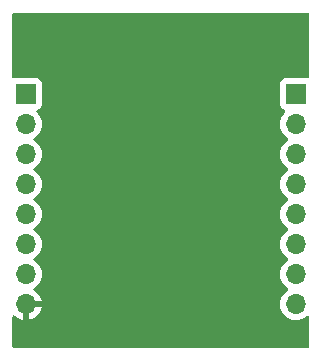
<source format=gbl>
%TF.GenerationSoftware,KiCad,Pcbnew,7.0.8*%
%TF.CreationDate,2024-10-03T16:47:23-07:00*%
%TF.ProjectId,lab6PCB,6c616236-5043-4422-9e6b-696361645f70,v01*%
%TF.SameCoordinates,Original*%
%TF.FileFunction,Copper,L2,Bot*%
%TF.FilePolarity,Positive*%
%FSLAX46Y46*%
G04 Gerber Fmt 4.6, Leading zero omitted, Abs format (unit mm)*
G04 Created by KiCad (PCBNEW 7.0.8) date 2024-10-03 16:47:23*
%MOMM*%
%LPD*%
G01*
G04 APERTURE LIST*
%TA.AperFunction,ComponentPad*%
%ADD10R,1.700000X1.700000*%
%TD*%
%TA.AperFunction,ComponentPad*%
%ADD11O,1.700000X1.700000*%
%TD*%
%TA.AperFunction,ViaPad*%
%ADD12C,0.800000*%
%TD*%
G04 APERTURE END LIST*
D10*
%TO.P,J2,1,Pin_1*%
%TO.N,unconnected-(J2-Pin_1-Pad1)*%
X162306000Y-128209000D03*
D11*
%TO.P,J2,2,Pin_2*%
%TO.N,unconnected-(J2-Pin_2-Pad2)*%
X162306000Y-130749000D03*
%TO.P,J2,3,Pin_3*%
%TO.N,unconnected-(J2-Pin_3-Pad3)*%
X162306000Y-133289000D03*
%TO.P,J2,4,Pin_4*%
%TO.N,unconnected-(J2-Pin_4-Pad4)*%
X162306000Y-135829000D03*
%TO.P,J2,5,Pin_5*%
%TO.N,unconnected-(J2-Pin_5-Pad5)*%
X162306000Y-138369000D03*
%TO.P,J2,6,Pin_6*%
%TO.N,unconnected-(J2-Pin_6-Pad6)*%
X162306000Y-140909000D03*
%TO.P,J2,7,Pin_7*%
%TO.N,unconnected-(J2-Pin_7-Pad7)*%
X162306000Y-143449000D03*
%TO.P,J2,8,Pin_8*%
%TO.N,unconnected-(J2-Pin_8-Pad8)*%
X162306000Y-145989000D03*
%TD*%
D10*
%TO.P,J1,1,Pin_1*%
%TO.N,unconnected-(J1-Pin_1-Pad1)*%
X139446000Y-128209000D03*
D11*
%TO.P,J1,2,Pin_2*%
%TO.N,unconnected-(J1-Pin_2-Pad2)*%
X139446000Y-130749000D03*
%TO.P,J1,3,Pin_3*%
%TO.N,/CS*%
X139446000Y-133289000D03*
%TO.P,J1,4,Pin_4*%
%TO.N,/SCLK*%
X139446000Y-135829000D03*
%TO.P,J1,5,Pin_5*%
%TO.N,/CIPO*%
X139446000Y-138369000D03*
%TO.P,J1,6,Pin_6*%
%TO.N,/COPI*%
X139446000Y-140909000D03*
%TO.P,J1,7,Pin_7*%
%TO.N,+3.3V*%
X139446000Y-143449000D03*
%TO.P,J1,8,Pin_8*%
%TO.N,GND*%
X139446000Y-145989000D03*
%TD*%
D12*
%TO.N,GND*%
X151384000Y-129921000D03*
X155575000Y-129921000D03*
%TD*%
%TA.AperFunction,Conductor*%
%TO.N,GND*%
G36*
X163391539Y-121356185D02*
G01*
X163437294Y-121408989D01*
X163448500Y-121460500D01*
X163448500Y-126755322D01*
X163428815Y-126822361D01*
X163376011Y-126868116D01*
X163306853Y-126878060D01*
X163281169Y-126871505D01*
X163263481Y-126864908D01*
X163263483Y-126864908D01*
X163203883Y-126858501D01*
X163203881Y-126858500D01*
X163203873Y-126858500D01*
X163203864Y-126858500D01*
X161408129Y-126858500D01*
X161408123Y-126858501D01*
X161348516Y-126864908D01*
X161213671Y-126915202D01*
X161213664Y-126915206D01*
X161098455Y-127001452D01*
X161098452Y-127001455D01*
X161012206Y-127116664D01*
X161012202Y-127116671D01*
X160961908Y-127251517D01*
X160955501Y-127311116D01*
X160955501Y-127311123D01*
X160955500Y-127311135D01*
X160955500Y-129106870D01*
X160955501Y-129106876D01*
X160961908Y-129166483D01*
X161012202Y-129301328D01*
X161012206Y-129301335D01*
X161098452Y-129416544D01*
X161098455Y-129416547D01*
X161213664Y-129502793D01*
X161213671Y-129502797D01*
X161345081Y-129551810D01*
X161401015Y-129593681D01*
X161425432Y-129659145D01*
X161410580Y-129727418D01*
X161389430Y-129755673D01*
X161267503Y-129877600D01*
X161131965Y-130071169D01*
X161131964Y-130071171D01*
X161032098Y-130285335D01*
X161032094Y-130285344D01*
X160970938Y-130513586D01*
X160970936Y-130513596D01*
X160950341Y-130748999D01*
X160950341Y-130749000D01*
X160970936Y-130984403D01*
X160970938Y-130984413D01*
X161032094Y-131212655D01*
X161032096Y-131212659D01*
X161032097Y-131212663D01*
X161131965Y-131426830D01*
X161131967Y-131426834D01*
X161267501Y-131620395D01*
X161267506Y-131620402D01*
X161434597Y-131787493D01*
X161434603Y-131787498D01*
X161620158Y-131917425D01*
X161663783Y-131972002D01*
X161670977Y-132041500D01*
X161639454Y-132103855D01*
X161620158Y-132120575D01*
X161434597Y-132250505D01*
X161267505Y-132417597D01*
X161131965Y-132611169D01*
X161131964Y-132611171D01*
X161032098Y-132825335D01*
X161032094Y-132825344D01*
X160970938Y-133053586D01*
X160970936Y-133053596D01*
X160950341Y-133288999D01*
X160950341Y-133289000D01*
X160970936Y-133524403D01*
X160970938Y-133524413D01*
X161032094Y-133752655D01*
X161032096Y-133752659D01*
X161032097Y-133752663D01*
X161131965Y-133966830D01*
X161131967Y-133966834D01*
X161267501Y-134160395D01*
X161267506Y-134160402D01*
X161434597Y-134327493D01*
X161434603Y-134327498D01*
X161620158Y-134457425D01*
X161663783Y-134512002D01*
X161670977Y-134581500D01*
X161639454Y-134643855D01*
X161620158Y-134660575D01*
X161434597Y-134790505D01*
X161267505Y-134957597D01*
X161131965Y-135151169D01*
X161131964Y-135151171D01*
X161032098Y-135365335D01*
X161032094Y-135365344D01*
X160970938Y-135593586D01*
X160970936Y-135593596D01*
X160950341Y-135828999D01*
X160950341Y-135829000D01*
X160970936Y-136064403D01*
X160970938Y-136064413D01*
X161032094Y-136292655D01*
X161032096Y-136292659D01*
X161032097Y-136292663D01*
X161131965Y-136506830D01*
X161131967Y-136506834D01*
X161267501Y-136700395D01*
X161267506Y-136700402D01*
X161434597Y-136867493D01*
X161434603Y-136867498D01*
X161620158Y-136997425D01*
X161663783Y-137052002D01*
X161670977Y-137121500D01*
X161639454Y-137183855D01*
X161620158Y-137200575D01*
X161434597Y-137330505D01*
X161267505Y-137497597D01*
X161131965Y-137691169D01*
X161131964Y-137691171D01*
X161032098Y-137905335D01*
X161032094Y-137905344D01*
X160970938Y-138133586D01*
X160970936Y-138133596D01*
X160950341Y-138368999D01*
X160950341Y-138369000D01*
X160970936Y-138604403D01*
X160970938Y-138604413D01*
X161032094Y-138832655D01*
X161032096Y-138832659D01*
X161032097Y-138832663D01*
X161131965Y-139046830D01*
X161131967Y-139046834D01*
X161267501Y-139240395D01*
X161267506Y-139240402D01*
X161434597Y-139407493D01*
X161434603Y-139407498D01*
X161620158Y-139537425D01*
X161663783Y-139592002D01*
X161670977Y-139661500D01*
X161639454Y-139723855D01*
X161620158Y-139740575D01*
X161434597Y-139870505D01*
X161267505Y-140037597D01*
X161131965Y-140231169D01*
X161131964Y-140231171D01*
X161032098Y-140445335D01*
X161032094Y-140445344D01*
X160970938Y-140673586D01*
X160970936Y-140673596D01*
X160950341Y-140908999D01*
X160950341Y-140909000D01*
X160970936Y-141144403D01*
X160970938Y-141144413D01*
X161032094Y-141372655D01*
X161032096Y-141372659D01*
X161032097Y-141372663D01*
X161131965Y-141586830D01*
X161131967Y-141586834D01*
X161267501Y-141780395D01*
X161267506Y-141780402D01*
X161434597Y-141947493D01*
X161434603Y-141947498D01*
X161620158Y-142077425D01*
X161663783Y-142132002D01*
X161670977Y-142201500D01*
X161639454Y-142263855D01*
X161620158Y-142280575D01*
X161434597Y-142410505D01*
X161267505Y-142577597D01*
X161131965Y-142771169D01*
X161131964Y-142771171D01*
X161032098Y-142985335D01*
X161032094Y-142985344D01*
X160970938Y-143213586D01*
X160970936Y-143213596D01*
X160950341Y-143448999D01*
X160950341Y-143449000D01*
X160970936Y-143684403D01*
X160970938Y-143684413D01*
X161032094Y-143912655D01*
X161032096Y-143912659D01*
X161032097Y-143912663D01*
X161131965Y-144126830D01*
X161131967Y-144126834D01*
X161267501Y-144320395D01*
X161267506Y-144320402D01*
X161434597Y-144487493D01*
X161434603Y-144487498D01*
X161620158Y-144617425D01*
X161663783Y-144672002D01*
X161670977Y-144741500D01*
X161639454Y-144803855D01*
X161620158Y-144820575D01*
X161434597Y-144950505D01*
X161267505Y-145117597D01*
X161131965Y-145311169D01*
X161131964Y-145311171D01*
X161032098Y-145525335D01*
X161032094Y-145525344D01*
X160970938Y-145753586D01*
X160970936Y-145753596D01*
X160950341Y-145988999D01*
X160950341Y-145989000D01*
X160970936Y-146224403D01*
X160970938Y-146224413D01*
X161032094Y-146452655D01*
X161032096Y-146452659D01*
X161032097Y-146452663D01*
X161131847Y-146666578D01*
X161131965Y-146666830D01*
X161131967Y-146666834D01*
X161240281Y-146821521D01*
X161267505Y-146860401D01*
X161434599Y-147027495D01*
X161473952Y-147055050D01*
X161628165Y-147163032D01*
X161628167Y-147163033D01*
X161628170Y-147163035D01*
X161842337Y-147262903D01*
X162070592Y-147324063D01*
X162258918Y-147340539D01*
X162305999Y-147344659D01*
X162306000Y-147344659D01*
X162306001Y-147344659D01*
X162345234Y-147341226D01*
X162541408Y-147324063D01*
X162769663Y-147262903D01*
X162983830Y-147163035D01*
X163177401Y-147027495D01*
X163236819Y-146968077D01*
X163298142Y-146934592D01*
X163367834Y-146939576D01*
X163423767Y-146981448D01*
X163448184Y-147046912D01*
X163448500Y-147055758D01*
X163448500Y-149557500D01*
X163428815Y-149624539D01*
X163376011Y-149670294D01*
X163324500Y-149681500D01*
X138427500Y-149681500D01*
X138360461Y-149661815D01*
X138314706Y-149609011D01*
X138303500Y-149557500D01*
X138303500Y-147055050D01*
X138323185Y-146988011D01*
X138375989Y-146942256D01*
X138445147Y-146932312D01*
X138508703Y-146961337D01*
X138515181Y-146967369D01*
X138574917Y-147027105D01*
X138768421Y-147162600D01*
X138982507Y-147262429D01*
X138982516Y-147262433D01*
X139196000Y-147319634D01*
X139196000Y-146424501D01*
X139303685Y-146473680D01*
X139410237Y-146489000D01*
X139481763Y-146489000D01*
X139588315Y-146473680D01*
X139696000Y-146424501D01*
X139696000Y-147319633D01*
X139909483Y-147262433D01*
X139909492Y-147262429D01*
X140123578Y-147162600D01*
X140317082Y-147027105D01*
X140484105Y-146860082D01*
X140619600Y-146666578D01*
X140719429Y-146452492D01*
X140719432Y-146452486D01*
X140776636Y-146239000D01*
X139879686Y-146239000D01*
X139905493Y-146198844D01*
X139946000Y-146060889D01*
X139946000Y-145917111D01*
X139905493Y-145779156D01*
X139879686Y-145739000D01*
X140776636Y-145739000D01*
X140776635Y-145738999D01*
X140719432Y-145525513D01*
X140719429Y-145525507D01*
X140619600Y-145311422D01*
X140619599Y-145311420D01*
X140484113Y-145117926D01*
X140484108Y-145117920D01*
X140317078Y-144950890D01*
X140131405Y-144820879D01*
X140087780Y-144766302D01*
X140080588Y-144696804D01*
X140112110Y-144634449D01*
X140131406Y-144617730D01*
X140277037Y-144515758D01*
X140317401Y-144487495D01*
X140484495Y-144320401D01*
X140620035Y-144126830D01*
X140719903Y-143912663D01*
X140781063Y-143684408D01*
X140801659Y-143449000D01*
X140781063Y-143213592D01*
X140719903Y-142985337D01*
X140620035Y-142771171D01*
X140484495Y-142577599D01*
X140484494Y-142577597D01*
X140317402Y-142410506D01*
X140317396Y-142410501D01*
X140131842Y-142280575D01*
X140088217Y-142225998D01*
X140081023Y-142156500D01*
X140112546Y-142094145D01*
X140131842Y-142077425D01*
X140277037Y-141975758D01*
X140317401Y-141947495D01*
X140484495Y-141780401D01*
X140620035Y-141586830D01*
X140719903Y-141372663D01*
X140781063Y-141144408D01*
X140801659Y-140909000D01*
X140781063Y-140673592D01*
X140719903Y-140445337D01*
X140620035Y-140231171D01*
X140484495Y-140037599D01*
X140484494Y-140037597D01*
X140317402Y-139870506D01*
X140317396Y-139870501D01*
X140131842Y-139740575D01*
X140088217Y-139685998D01*
X140081023Y-139616500D01*
X140112546Y-139554145D01*
X140131842Y-139537425D01*
X140277037Y-139435758D01*
X140317401Y-139407495D01*
X140484495Y-139240401D01*
X140620035Y-139046830D01*
X140719903Y-138832663D01*
X140781063Y-138604408D01*
X140801659Y-138369000D01*
X140781063Y-138133592D01*
X140719903Y-137905337D01*
X140620035Y-137691171D01*
X140484495Y-137497599D01*
X140484494Y-137497597D01*
X140317402Y-137330506D01*
X140317396Y-137330501D01*
X140131842Y-137200575D01*
X140088217Y-137145998D01*
X140081023Y-137076500D01*
X140112546Y-137014145D01*
X140131842Y-136997425D01*
X140277037Y-136895758D01*
X140317401Y-136867495D01*
X140484495Y-136700401D01*
X140620035Y-136506830D01*
X140719903Y-136292663D01*
X140781063Y-136064408D01*
X140801659Y-135829000D01*
X140781063Y-135593592D01*
X140719903Y-135365337D01*
X140620035Y-135151171D01*
X140484495Y-134957599D01*
X140484494Y-134957597D01*
X140317402Y-134790506D01*
X140317396Y-134790501D01*
X140131842Y-134660575D01*
X140088217Y-134605998D01*
X140081023Y-134536500D01*
X140112546Y-134474145D01*
X140131842Y-134457425D01*
X140277037Y-134355758D01*
X140317401Y-134327495D01*
X140484495Y-134160401D01*
X140620035Y-133966830D01*
X140719903Y-133752663D01*
X140781063Y-133524408D01*
X140801659Y-133289000D01*
X140781063Y-133053592D01*
X140719903Y-132825337D01*
X140620035Y-132611171D01*
X140484495Y-132417599D01*
X140484494Y-132417597D01*
X140317402Y-132250506D01*
X140317396Y-132250501D01*
X140131842Y-132120575D01*
X140088217Y-132065998D01*
X140081023Y-131996500D01*
X140112546Y-131934145D01*
X140131842Y-131917425D01*
X140277037Y-131815758D01*
X140317401Y-131787495D01*
X140484495Y-131620401D01*
X140620035Y-131426830D01*
X140719903Y-131212663D01*
X140781063Y-130984408D01*
X140801659Y-130749000D01*
X140781063Y-130513592D01*
X140719903Y-130285337D01*
X140620035Y-130071171D01*
X140484495Y-129877599D01*
X140362567Y-129755671D01*
X140329084Y-129694351D01*
X140334068Y-129624659D01*
X140375939Y-129568725D01*
X140406915Y-129551810D01*
X140538331Y-129502796D01*
X140653546Y-129416546D01*
X140739796Y-129301331D01*
X140790091Y-129166483D01*
X140796500Y-129106873D01*
X140796499Y-127311128D01*
X140790091Y-127251517D01*
X140739796Y-127116669D01*
X140739795Y-127116668D01*
X140739793Y-127116664D01*
X140653547Y-127001455D01*
X140653544Y-127001452D01*
X140538335Y-126915206D01*
X140538328Y-126915202D01*
X140403482Y-126864908D01*
X140403483Y-126864908D01*
X140343883Y-126858501D01*
X140343881Y-126858500D01*
X140343873Y-126858500D01*
X140343864Y-126858500D01*
X138548129Y-126858500D01*
X138548123Y-126858501D01*
X138488517Y-126864908D01*
X138470831Y-126871505D01*
X138401139Y-126876488D01*
X138339817Y-126843001D01*
X138306333Y-126781677D01*
X138303500Y-126755322D01*
X138303500Y-121460500D01*
X138323185Y-121393461D01*
X138375989Y-121347706D01*
X138427500Y-121336500D01*
X163324500Y-121336500D01*
X163391539Y-121356185D01*
G37*
%TD.AperFunction*%
%TD*%
M02*

</source>
